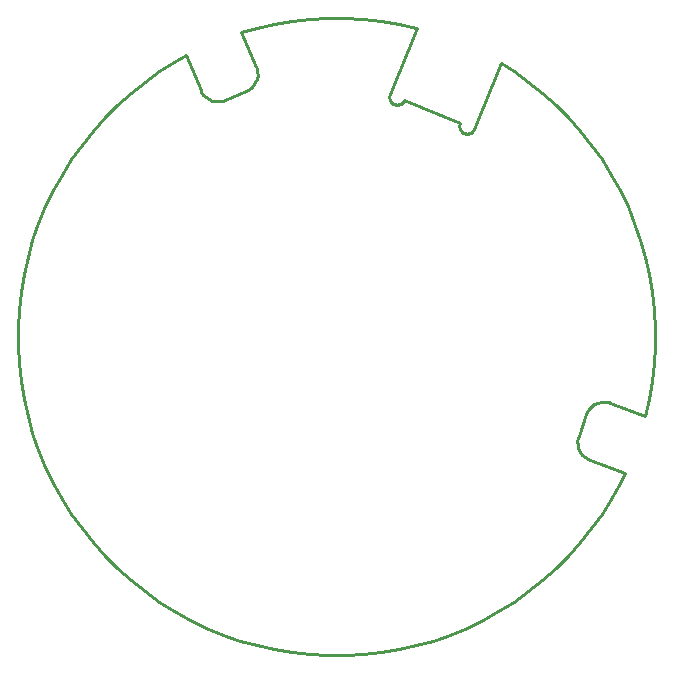
<source format=gko>
%FSTAX23Y23*%
%MOMM*%
%SFA1B1*%

%IPPOS*%
%ADD57C,0.253999*%
%LNledpendantpcb-1*%
%LPD*%
G54D57*
X02269Y26914D02*
X03775Y26744D01*
X05269Y26491*
X06746Y26153*
X0685Y26124*
X04537Y20541D02*
X0685Y26124D01*
X04513Y20482D02*
X04537Y20541D01*
X04488Y20356D02*
X04513Y20482D01*
X04488Y20228D02*
Y20356D01*
Y20228D02*
X04513Y20103D01*
X04562Y19984*
X04633Y19878*
X04723Y19787*
X0483Y19716*
X04889Y19692*
X04948Y19667*
X05074Y19642*
X05202*
X05327Y19667*
X05446Y19716*
X05552Y19787*
X05643Y19878*
X05715Y19984*
X05738Y20044*
X1045Y18092*
D01*
X10426Y18034D02*
X1045Y18092D01*
X10401Y17907D02*
X10426Y18034D01*
X10401Y1778D02*
Y17907D01*
Y1778D02*
X10426Y17653D01*
X10475Y17535*
X10546Y17429*
X10636Y17338*
X10743Y17267*
X10802Y17243*
X10861Y17218*
X10987Y17193*
X11115*
X1124Y17218*
X11359Y17267*
X11465Y17338*
X11557Y17429*
X11627Y17535*
X11651Y17594*
X13942Y23125*
X15005Y22458*
X16241Y21581*
X17426Y20636*
X18555Y19627*
X19627Y18555*
X20636Y17426*
X21581Y16241*
X22458Y15005*
X23264Y13722*
X23996Y12396*
X24654Y11031*
X25234Y09632*
X25734Y08202*
X26153Y06746*
X26491Y05269*
X26744Y03775*
X26914Y02269*
X26999Y00757*
Y0D02*
Y00757D01*
Y-00757D02*
Y0D01*
X26914Y-02269D02*
X26999Y-00757D01*
X26744Y-03775D02*
X26914Y-02269D01*
X26491Y-05269D02*
X26744Y-03775D01*
X26162Y-06713D02*
X26491Y-05269D01*
X23188Y-05631D02*
X26162Y-06713D01*
X23188Y-05631D02*
D01*
X23042Y-05578D02*
X23188Y-05631D01*
X22736Y-05531D02*
X23042Y-05578D01*
X22426Y-05544D02*
X22736Y-05531D01*
X22124Y-05618D02*
X22426Y-05544D01*
X21844Y-05749D02*
X22124Y-05618D01*
X21593Y-05933D02*
X21844Y-05749D01*
X21384Y-06161D02*
X21593Y-05933D01*
X21223Y-06427D02*
X21384Y-06161D01*
X21169Y-06572D02*
X21223Y-06427D01*
X20502Y-08405D02*
X21169Y-06572D01*
X20449Y-08551D02*
X20502Y-08405D01*
X20402Y-08858D02*
X20449Y-08551D01*
X20402Y-08858D02*
X20416Y-09167D01*
X2049Y-09469*
X20621Y-0975*
X20804Y-1*
X21033Y-1021*
X21298Y-10371*
X21444Y-10424*
X24424Y-11508*
X23996Y-12396D02*
X24424Y-11508D01*
X23264Y-13722D02*
X23996Y-12396D01*
X22458Y-15005D02*
X23264Y-13722D01*
X21581Y-16241D02*
X22458Y-15005D01*
X20636Y-17426D02*
X21581Y-16241D01*
X19627Y-18555D02*
X20636Y-17426D01*
X18555Y-19627D02*
X19627Y-18555D01*
X17426Y-20636D02*
X18555Y-19627D01*
X16241Y-21581D02*
X17426Y-20636D01*
X15005Y-22458D02*
X16241Y-21581D01*
X13722Y-23264D02*
X15005Y-22458D01*
X12396Y-23996D02*
X13722Y-23264D01*
X11031Y-24654D02*
X12396Y-23996D01*
X09632Y-25234D02*
X11031Y-24654D01*
X08202Y-25734D02*
X09632Y-25234D01*
X06746Y-26153D02*
X08202Y-25734D01*
X05269Y-26491D02*
X06746Y-26153D01*
X03775Y-26744D02*
X05269Y-26491D01*
X02269Y-26914D02*
X03775Y-26744D01*
X00757Y-26999D02*
X02269Y-26914D01*
X-00757Y-26999D02*
X00757D01*
X-02269Y-26914D02*
X-00757Y-26999D01*
X-03775Y-26744D02*
X-02269Y-26914D01*
X-05269Y-26491D02*
X-03775Y-26744D01*
X-06746Y-26153D02*
X-05269Y-26491D01*
X-08202Y-25734D02*
X-06746Y-26153D01*
X-09632Y-25234D02*
X-08202Y-25734D01*
X-11031Y-24654D02*
X-09632Y-25234D01*
X-12396Y-23996D02*
X-11031Y-24654D01*
X-13722Y-23264D02*
X-12396Y-23996D01*
X-15005Y-22458D02*
X-13722Y-23264D01*
X-16241Y-21581D02*
X-15005Y-22458D01*
X-17426Y-20636D02*
X-16241Y-21581D01*
X-18555Y-19627D02*
X-17426Y-20636D01*
X-19627Y-18555D02*
X-18555Y-19627D01*
X-20636Y-17426D02*
X-19627Y-18555D01*
X-21581Y-16241D02*
X-20636Y-17426D01*
X-22458Y-15005D02*
X-21581Y-16241D01*
X-23264Y-13722D02*
X-22458Y-15005D01*
X-23996Y-12396D02*
X-23264Y-13722D01*
X-24654Y-11031D02*
X-23996Y-12396D01*
X-25234Y-09632D02*
X-24654Y-11031D01*
X-25734Y-08202D02*
X-25234Y-09632D01*
X-26153Y-06746D02*
X-25734Y-08202D01*
X-26491Y-05269D02*
X-26153Y-06746D01*
X-26744Y-03775D02*
X-26491Y-05269D01*
X-26914Y-02269D02*
X-26744Y-03775D01*
X-26999Y-00757D02*
X-26914Y-02269D01*
X-26999Y-00757D02*
Y0D01*
Y00757*
X-26914Y02269*
X-26744Y03775*
X-26491Y05269*
X-26153Y06746*
X-25734Y08202*
X-25234Y09632*
X-24654Y11031*
X-23996Y12396*
X-23264Y13722*
X-22458Y15005*
X-21581Y16241*
X-20636Y17426*
X-19627Y18555*
X-18555Y19627*
X-17426Y20636*
X-16241Y21581*
X-15005Y22458*
X-13722Y23264*
X-12744Y23804*
X-115Y20874*
D01*
X-1144Y20731D01*
X-11265Y20475*
X-11044Y20257*
X-10785Y20087*
X-10497Y19971*
X-10192Y19913*
X-09882Y19916*
X-09578Y19979*
X-09435Y20039*
X-0764Y20801*
D01*
X-07497Y20862D01*
X-07241Y21037*
X-07023Y21258*
X-06853Y21517*
X-06737Y21805*
X-06679Y2211*
X-06682Y2242D02*
X-06679Y2211D01*
X-06745Y22724D02*
X-06682Y2242D01*
X-06806Y22867D02*
X-06745Y22724D01*
X-08042Y25781D02*
X-06806Y22867D01*
X-08042Y25781D02*
X-06746Y26153D01*
X-05269Y26491*
X-03775Y26744*
X-02269Y26914*
X-00757Y26999*
X00757*
X02269Y26914*
M02*
</source>
